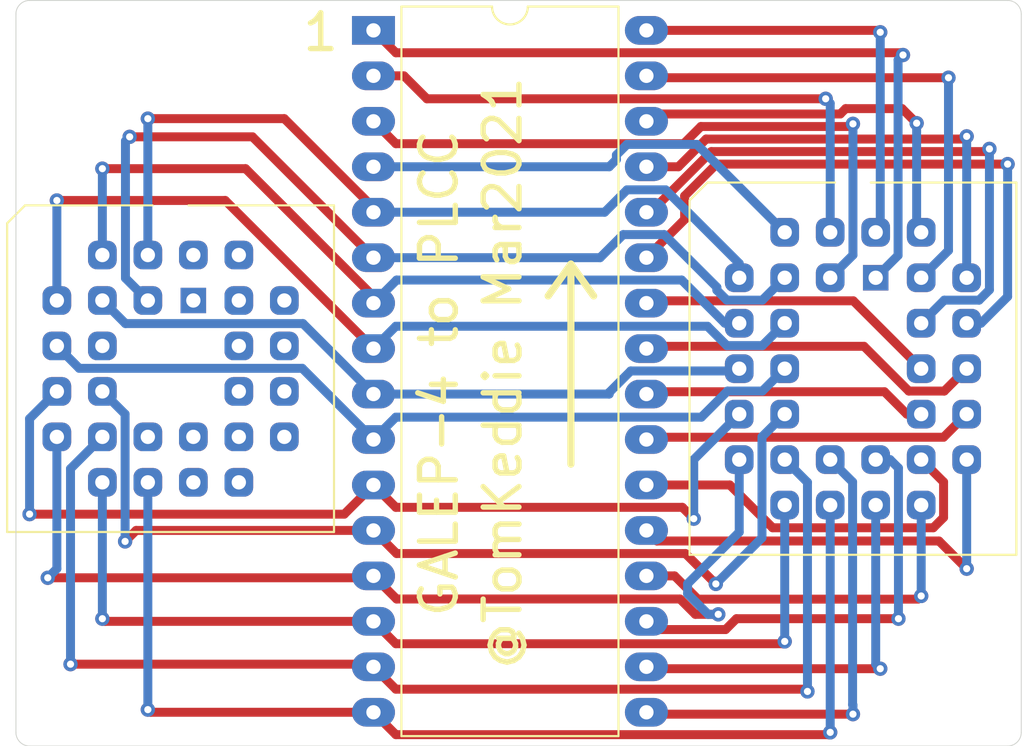
<source format=kicad_pcb>
(kicad_pcb (version 20171130) (host pcbnew 5.1.7-a382d34a8~88~ubuntu20.04.1)

  (general
    (thickness 1.6)
    (drawings 14)
    (tracks 246)
    (zones 0)
    (modules 3)
    (nets 49)
  )

  (page A4)
  (layers
    (0 F.Cu signal)
    (31 B.Cu signal)
    (32 B.Adhes user)
    (33 F.Adhes user)
    (34 B.Paste user)
    (35 F.Paste user)
    (36 B.SilkS user)
    (37 F.SilkS user)
    (38 B.Mask user)
    (39 F.Mask user)
    (40 Dwgs.User user)
    (41 Cmts.User user)
    (42 Eco1.User user)
    (43 Eco2.User user)
    (44 Edge.Cuts user)
    (45 Margin user)
    (46 B.CrtYd user hide)
    (47 F.CrtYd user hide)
    (48 B.Fab user hide)
    (49 F.Fab user hide)
  )

  (setup
    (last_trace_width 0.5)
    (user_trace_width 0.5)
    (trace_clearance 0.2)
    (zone_clearance 0.508)
    (zone_45_only no)
    (trace_min 0.2)
    (via_size 0.8)
    (via_drill 0.4)
    (via_min_size 0.4)
    (via_min_drill 0.3)
    (uvia_size 0.3)
    (uvia_drill 0.1)
    (uvias_allowed no)
    (uvia_min_size 0.2)
    (uvia_min_drill 0.1)
    (edge_width 0.05)
    (segment_width 0.2)
    (pcb_text_width 0.3)
    (pcb_text_size 1.5 1.5)
    (mod_edge_width 0.12)
    (mod_text_size 1 1)
    (mod_text_width 0.15)
    (pad_size 1.524 1.524)
    (pad_drill 0.762)
    (pad_to_mask_clearance 0)
    (aux_axis_origin 0 0)
    (visible_elements FFFFFF7F)
    (pcbplotparams
      (layerselection 0x010fc_ffffffff)
      (usegerberextensions false)
      (usegerberattributes true)
      (usegerberadvancedattributes true)
      (creategerberjobfile true)
      (excludeedgelayer true)
      (linewidth 0.100000)
      (plotframeref false)
      (viasonmask false)
      (mode 1)
      (useauxorigin false)
      (hpglpennumber 1)
      (hpglpenspeed 20)
      (hpglpendiameter 15.000000)
      (psnegative false)
      (psa4output false)
      (plotreference true)
      (plotvalue true)
      (plotinvisibletext false)
      (padsonsilk false)
      (subtractmaskfromsilk false)
      (outputformat 1)
      (mirror false)
      (drillshape 1)
      (scaleselection 1)
      (outputdirectory ""))
  )

  (net 0 "")
  (net 1 "Net-(U1-Pad1)")
  (net 2 /29)
  (net 3 /27)
  (net 4 /25)
  (net 5 /23)
  (net 6 /28)
  (net 7 /26)
  (net 8 /24)
  (net 9 /22)
  (net 10 /20)
  (net 11 /18)
  (net 12 /16)
  (net 13 /14)
  (net 14 /21)
  (net 15 /19)
  (net 16 /17)
  (net 17 /15)
  (net 18 /13)
  (net 19 /11)
  (net 20 /12)
  (net 21 /10)
  (net 22 /30)
  (net 23 /32)
  (net 24 /4)
  (net 25 /2)
  (net 26 /31)
  (net 27 /3)
  (net 28 /1)
  (net 29 /24-21)
  (net 30 /24-19)
  (net 31 /24-18)
  (net 32 /24-22)
  (net 33 /24-20)
  (net 34 /24-17)
  (net 35 /24-15)
  (net 36 /24-13)
  (net 37 /24-16)
  (net 38 /24-14)
  (net 39 /24-4)
  (net 40 /24-5)
  (net 41 /24-24)
  (net 42 /24-3)
  (net 43 /24-1)
  (net 44 /24-23)
  (net 45 /24-2)
  (net 46 "Net-(U1-Pad22)")
  (net 47 "Net-(U1-Pad15)")
  (net 48 "Net-(U1-Pad8)")

  (net_class Default "This is the default net class."
    (clearance 0.2)
    (trace_width 0.25)
    (via_dia 0.8)
    (via_drill 0.4)
    (uvia_dia 0.3)
    (uvia_drill 0.1)
    (add_net /1)
    (add_net /10)
    (add_net /11)
    (add_net /12)
    (add_net /13)
    (add_net /14)
    (add_net /15)
    (add_net /16)
    (add_net /17)
    (add_net /18)
    (add_net /19)
    (add_net /2)
    (add_net /20)
    (add_net /21)
    (add_net /22)
    (add_net /23)
    (add_net /24)
    (add_net /24-1)
    (add_net /24-13)
    (add_net /24-14)
    (add_net /24-15)
    (add_net /24-16)
    (add_net /24-17)
    (add_net /24-18)
    (add_net /24-19)
    (add_net /24-2)
    (add_net /24-20)
    (add_net /24-21)
    (add_net /24-22)
    (add_net /24-23)
    (add_net /24-24)
    (add_net /24-3)
    (add_net /24-4)
    (add_net /24-5)
    (add_net /25)
    (add_net /26)
    (add_net /27)
    (add_net /28)
    (add_net /29)
    (add_net /3)
    (add_net /30)
    (add_net /31)
    (add_net /32)
    (add_net /4)
    (add_net "Net-(U1-Pad1)")
    (add_net "Net-(U1-Pad15)")
    (add_net "Net-(U1-Pad22)")
    (add_net "Net-(U1-Pad8)")
  )

  (module tom-semiconductors:DIP-32_W15.24mm_LongPads (layer F.Cu) (tedit 5A02E8C5) (tstamp 605DFF8B)
    (at 164.998 78.38)
    (descr "32-lead though-hole mounted DIP package, row spacing 15.24 mm (600 mils), LongPads")
    (tags "THT DIP DIL PDIP 2.54mm 15.24mm 600mil LongPads")
    (path /605F3124)
    (fp_text reference U3 (at 7.62 -2.33) (layer F.SilkS) hide
      (effects (font (size 1 1) (thickness 0.15)))
    )
    (fp_text value DIP_32 (at 7.62 40.43) (layer F.Fab) hide
      (effects (font (size 1 1) (thickness 0.15)))
    )
    (fp_text user %R (at 7.62 19.05) (layer F.Fab) hide
      (effects (font (size 1 1) (thickness 0.15)))
    )
    (fp_arc (start 7.62 -1.33) (end 6.62 -1.33) (angle -180) (layer F.SilkS) (width 0.12))
    (fp_line (start 16.7 -1.55) (end -1.5 -1.55) (layer F.CrtYd) (width 0.05))
    (fp_line (start 16.7 39.65) (end 16.7 -1.55) (layer F.CrtYd) (width 0.05))
    (fp_line (start -1.5 39.65) (end 16.7 39.65) (layer F.CrtYd) (width 0.05))
    (fp_line (start -1.5 -1.55) (end -1.5 39.65) (layer F.CrtYd) (width 0.05))
    (fp_line (start 13.68 -1.33) (end 8.62 -1.33) (layer F.SilkS) (width 0.12))
    (fp_line (start 13.68 39.43) (end 13.68 -1.33) (layer F.SilkS) (width 0.12))
    (fp_line (start 1.56 39.43) (end 13.68 39.43) (layer F.SilkS) (width 0.12))
    (fp_line (start 1.56 -1.33) (end 1.56 39.43) (layer F.SilkS) (width 0.12))
    (fp_line (start 6.62 -1.33) (end 1.56 -1.33) (layer F.SilkS) (width 0.12))
    (fp_line (start 0.255 -0.27) (end 1.255 -1.27) (layer F.Fab) (width 0.1))
    (fp_line (start 0.255 39.37) (end 0.255 -0.27) (layer F.Fab) (width 0.1))
    (fp_line (start 14.985 39.37) (end 0.255 39.37) (layer F.Fab) (width 0.1))
    (fp_line (start 14.985 -1.27) (end 14.985 39.37) (layer F.Fab) (width 0.1))
    (fp_line (start 1.255 -1.27) (end 14.985 -1.27) (layer F.Fab) (width 0.1))
    (pad 32 thru_hole oval (at 15.24 0) (size 2.4 1.6) (drill 0.8) (layers *.Cu *.Mask)
      (net 23 /32))
    (pad 16 thru_hole oval (at 0 38.1) (size 2.4 1.6) (drill 0.8) (layers *.Cu *.Mask)
      (net 12 /16))
    (pad 31 thru_hole oval (at 15.24 2.54) (size 2.4 1.6) (drill 0.8) (layers *.Cu *.Mask)
      (net 26 /31))
    (pad 15 thru_hole oval (at 0 35.56) (size 2.4 1.6) (drill 0.8) (layers *.Cu *.Mask)
      (net 17 /15))
    (pad 30 thru_hole oval (at 15.24 5.08) (size 2.4 1.6) (drill 0.8) (layers *.Cu *.Mask)
      (net 22 /30))
    (pad 14 thru_hole oval (at 0 33.02) (size 2.4 1.6) (drill 0.8) (layers *.Cu *.Mask)
      (net 13 /14))
    (pad 29 thru_hole oval (at 15.24 7.62) (size 2.4 1.6) (drill 0.8) (layers *.Cu *.Mask)
      (net 2 /29))
    (pad 13 thru_hole oval (at 0 30.48) (size 2.4 1.6) (drill 0.8) (layers *.Cu *.Mask)
      (net 18 /13))
    (pad 28 thru_hole oval (at 15.24 10.16) (size 2.4 1.6) (drill 0.8) (layers *.Cu *.Mask)
      (net 6 /28))
    (pad 12 thru_hole oval (at 0 27.94) (size 2.4 1.6) (drill 0.8) (layers *.Cu *.Mask)
      (net 20 /12))
    (pad 27 thru_hole oval (at 15.24 12.7) (size 2.4 1.6) (drill 0.8) (layers *.Cu *.Mask)
      (net 3 /27))
    (pad 11 thru_hole oval (at 0 25.4) (size 2.4 1.6) (drill 0.8) (layers *.Cu *.Mask)
      (net 19 /11))
    (pad 26 thru_hole oval (at 15.24 15.24) (size 2.4 1.6) (drill 0.8) (layers *.Cu *.Mask)
      (net 7 /26))
    (pad 10 thru_hole oval (at 0 22.86) (size 2.4 1.6) (drill 0.8) (layers *.Cu *.Mask)
      (net 21 /10))
    (pad 25 thru_hole oval (at 15.24 17.78) (size 2.4 1.6) (drill 0.8) (layers *.Cu *.Mask)
      (net 4 /25))
    (pad 9 thru_hole oval (at 0 20.32) (size 2.4 1.6) (drill 0.8) (layers *.Cu *.Mask)
      (net 40 /24-5))
    (pad 24 thru_hole oval (at 15.24 20.32) (size 2.4 1.6) (drill 0.8) (layers *.Cu *.Mask)
      (net 8 /24))
    (pad 8 thru_hole oval (at 0 17.78) (size 2.4 1.6) (drill 0.8) (layers *.Cu *.Mask)
      (net 39 /24-4))
    (pad 23 thru_hole oval (at 15.24 22.86) (size 2.4 1.6) (drill 0.8) (layers *.Cu *.Mask)
      (net 5 /23))
    (pad 7 thru_hole oval (at 0 15.24) (size 2.4 1.6) (drill 0.8) (layers *.Cu *.Mask)
      (net 42 /24-3))
    (pad 22 thru_hole oval (at 15.24 25.4) (size 2.4 1.6) (drill 0.8) (layers *.Cu *.Mask)
      (net 9 /22))
    (pad 6 thru_hole oval (at 0 12.7) (size 2.4 1.6) (drill 0.8) (layers *.Cu *.Mask)
      (net 45 /24-2))
    (pad 21 thru_hole oval (at 15.24 27.94) (size 2.4 1.6) (drill 0.8) (layers *.Cu *.Mask)
      (net 14 /21))
    (pad 5 thru_hole oval (at 0 10.16) (size 2.4 1.6) (drill 0.8) (layers *.Cu *.Mask)
      (net 43 /24-1))
    (pad 20 thru_hole oval (at 15.24 30.48) (size 2.4 1.6) (drill 0.8) (layers *.Cu *.Mask)
      (net 10 /20))
    (pad 4 thru_hole oval (at 0 7.62) (size 2.4 1.6) (drill 0.8) (layers *.Cu *.Mask)
      (net 24 /4))
    (pad 19 thru_hole oval (at 15.24 33.02) (size 2.4 1.6) (drill 0.8) (layers *.Cu *.Mask)
      (net 15 /19))
    (pad 3 thru_hole oval (at 0 5.08) (size 2.4 1.6) (drill 0.8) (layers *.Cu *.Mask)
      (net 27 /3))
    (pad 18 thru_hole oval (at 15.24 35.56) (size 2.4 1.6) (drill 0.8) (layers *.Cu *.Mask)
      (net 11 /18))
    (pad 2 thru_hole oval (at 0 2.54) (size 2.4 1.6) (drill 0.8) (layers *.Cu *.Mask)
      (net 25 /2))
    (pad 17 thru_hole oval (at 15.24 38.1) (size 2.4 1.6) (drill 0.8) (layers *.Cu *.Mask)
      (net 16 /17))
    (pad 1 thru_hole rect (at 0 0) (size 2.4 1.6) (drill 0.8) (layers *.Cu *.Mask)
      (net 28 /1))
    (model ${KISYS3DMOD}/Package_DIP.3dshapes/DIP-32_W15.24mm.wrl
      (at (xyz 0 0 0))
      (scale (xyz 1 1 1))
      (rotate (xyz 0 0 0))
    )
  )

  (module tom-semiconductors:PLCC-32_THT-Socket (layer F.Cu) (tedit 605DF8E8) (tstamp 605E1499)
    (at 193.04 92.202)
    (descr "PLCC, 32 pins, through hole, http://www.assmann-wsw.com/fileadmin/datasheets/ASS_0981_CO.pdf")
    (tags "plcc leaded")
    (path /605E5293)
    (fp_text reference U2 (at -1.27 -6.22) (layer F.SilkS) hide
      (effects (font (size 1 1) (thickness 0.15)))
    )
    (fp_text value 27C040 (at -1.27 16.38) (layer F.Fab) hide
      (effects (font (size 1 1) (thickness 0.15)))
    )
    (fp_text user %R (at -1.27 5.08) (layer F.Fab) hide
      (effects (font (size 1 1) (thickness 0.15)))
    )
    (fp_line (start 7.855 -5.32) (end -0.27 -5.32) (layer F.SilkS) (width 0.12))
    (fp_line (start 7.855 15.48) (end 7.855 -5.32) (layer F.SilkS) (width 0.12))
    (fp_line (start -10.395 15.48) (end 7.855 15.48) (layer F.SilkS) (width 0.12))
    (fp_line (start -10.395 -4.32) (end -10.395 15.48) (layer F.SilkS) (width 0.12))
    (fp_line (start -9.395 -5.32) (end -10.395 -4.32) (layer F.SilkS) (width 0.12))
    (fp_line (start -2.27 -5.32) (end -9.395 -5.32) (layer F.SilkS) (width 0.12))
    (fp_line (start -1.27 -4.22) (end -0.77 -5.22) (layer F.Fab) (width 0.1))
    (fp_line (start -1.77 -5.22) (end -1.27 -4.22) (layer F.Fab) (width 0.1))
    (fp_line (start 5.215 -2.68) (end -7.755 -2.68) (layer F.Fab) (width 0.1))
    (fp_line (start 5.215 12.84) (end 5.215 -2.68) (layer F.Fab) (width 0.1))
    (fp_line (start -7.755 12.84) (end 5.215 12.84) (layer F.Fab) (width 0.1))
    (fp_line (start -7.755 -2.68) (end -7.755 12.84) (layer F.Fab) (width 0.1))
    (fp_line (start 8.26 -5.72) (end -10.8 -5.72) (layer F.CrtYd) (width 0.05))
    (fp_line (start 8.26 15.88) (end 8.26 -5.72) (layer F.CrtYd) (width 0.05))
    (fp_line (start -10.8 15.88) (end 8.26 15.88) (layer F.CrtYd) (width 0.05))
    (fp_line (start -10.8 -5.72) (end -10.8 15.88) (layer F.CrtYd) (width 0.05))
    (fp_line (start 7.755 -5.22) (end -9.295 -5.22) (layer F.Fab) (width 0.1))
    (fp_line (start 7.755 15.38) (end 7.755 -5.22) (layer F.Fab) (width 0.1))
    (fp_line (start -10.295 15.38) (end 7.755 15.38) (layer F.Fab) (width 0.1))
    (fp_line (start -10.295 -4.22) (end -10.295 15.38) (layer F.Fab) (width 0.1))
    (fp_line (start -9.295 -5.22) (end -10.295 -4.22) (layer F.Fab) (width 0.1))
    (pad 29 thru_hole roundrect (at 5.08 0) (size 1.6 1.6) (drill 0.8) (layers *.Cu *.Mask) (roundrect_rratio 0.312)
      (net 2 /29))
    (pad 27 thru_hole roundrect (at 5.08 2.54) (size 1.6 1.6) (drill 0.8) (layers *.Cu *.Mask) (roundrect_rratio 0.312)
      (net 3 /27))
    (pad 25 thru_hole roundrect (at 5.08 5.08) (size 1.6 1.6) (drill 0.8) (layers *.Cu *.Mask) (roundrect_rratio 0.312)
      (net 4 /25))
    (pad 23 thru_hole roundrect (at 5.08 7.62) (size 1.6 1.6) (drill 0.8) (layers *.Cu *.Mask) (roundrect_rratio 0.312)
      (net 5 /23))
    (pad 28 thru_hole roundrect (at 2.54 2.54) (size 1.6 1.6) (drill 0.8) (layers *.Cu *.Mask) (roundrect_rratio 0.312)
      (net 6 /28))
    (pad 26 thru_hole roundrect (at 2.54 5.08) (size 1.6 1.6) (drill 0.8) (layers *.Cu *.Mask) (roundrect_rratio 0.312)
      (net 7 /26))
    (pad 24 thru_hole roundrect (at 2.54 7.62) (size 1.6 1.6) (drill 0.8) (layers *.Cu *.Mask) (roundrect_rratio 0.312)
      (net 8 /24))
    (pad 22 thru_hole roundrect (at 2.54 10.16) (size 1.6 1.6) (drill 0.8) (layers *.Cu *.Mask) (roundrect_rratio 0.312)
      (net 9 /22))
    (pad 20 thru_hole roundrect (at 2.54 12.7) (size 1.6 1.6) (drill 0.8) (layers *.Cu *.Mask) (roundrect_rratio 0.312)
      (net 10 /20))
    (pad 18 thru_hole roundrect (at 0 12.7) (size 1.6 1.6) (drill 0.8) (layers *.Cu *.Mask) (roundrect_rratio 0.312)
      (net 11 /18))
    (pad 16 thru_hole roundrect (at -2.54 12.7) (size 1.6 1.6) (drill 0.8) (layers *.Cu *.Mask) (roundrect_rratio 0.312)
      (net 12 /16))
    (pad 14 thru_hole roundrect (at -5.08 12.7) (size 1.6 1.6) (drill 0.8) (layers *.Cu *.Mask) (roundrect_rratio 0.312)
      (net 13 /14))
    (pad 21 thru_hole roundrect (at 5.08 10.16) (size 1.6 1.6) (drill 0.8) (layers *.Cu *.Mask) (roundrect_rratio 0.312)
      (net 14 /21))
    (pad 19 thru_hole roundrect (at 0 10.16) (size 1.6 1.6) (drill 0.8) (layers *.Cu *.Mask) (roundrect_rratio 0.312)
      (net 15 /19))
    (pad 17 thru_hole roundrect (at -2.54 10.16) (size 1.6 1.6) (drill 0.8) (layers *.Cu *.Mask) (roundrect_rratio 0.312)
      (net 16 /17))
    (pad 15 thru_hole roundrect (at -5.08 10.16) (size 1.6 1.6) (drill 0.8) (layers *.Cu *.Mask) (roundrect_rratio 0.312)
      (net 17 /15))
    (pad 13 thru_hole roundrect (at -7.62 10.16) (size 1.6 1.6) (drill 0.8) (layers *.Cu *.Mask) (roundrect_rratio 0.312)
      (net 18 /13))
    (pad 11 thru_hole roundrect (at -7.62 7.62) (size 1.6 1.6) (drill 0.8) (layers *.Cu *.Mask) (roundrect_rratio 0.312)
      (net 19 /11))
    (pad 9 thru_hole roundrect (at -7.62 5.08) (size 1.6 1.6) (drill 0.8) (layers *.Cu *.Mask) (roundrect_rratio 0.312)
      (net 40 /24-5))
    (pad 7 thru_hole roundrect (at -7.62 2.54) (size 1.6 1.6) (drill 0.8) (layers *.Cu *.Mask) (roundrect_rratio 0.312)
      (net 42 /24-3))
    (pad 5 thru_hole roundrect (at -7.62 0) (size 1.6 1.6) (drill 0.8) (layers *.Cu *.Mask) (roundrect_rratio 0.312)
      (net 43 /24-1))
    (pad 12 thru_hole roundrect (at -5.08 7.62) (size 1.6 1.6) (drill 0.8) (layers *.Cu *.Mask) (roundrect_rratio 0.312)
      (net 20 /12))
    (pad 10 thru_hole roundrect (at -5.08 5.08) (size 1.6 1.6) (drill 0.8) (layers *.Cu *.Mask) (roundrect_rratio 0.312)
      (net 21 /10))
    (pad 8 thru_hole roundrect (at -5.08 2.54) (size 1.6 1.6) (drill 0.8) (layers *.Cu *.Mask) (roundrect_rratio 0.312)
      (net 39 /24-4))
    (pad 6 thru_hole roundrect (at -5.08 0) (size 1.6 1.6) (drill 0.8) (layers *.Cu *.Mask) (roundrect_rratio 0.312)
      (net 45 /24-2))
    (pad 30 thru_hole roundrect (at 2.54 -2.54) (size 1.6 1.6) (drill 0.8) (layers *.Cu *.Mask) (roundrect_rratio 0.312)
      (net 22 /30))
    (pad 32 thru_hole roundrect (at 0 -2.54) (size 1.6 1.6) (drill 0.8) (layers *.Cu *.Mask) (roundrect_rratio 0.312)
      (net 23 /32))
    (pad 4 thru_hole roundrect (at -5.08 -2.54) (size 1.6 1.6) (drill 0.8) (layers *.Cu *.Mask) (roundrect_rratio 0.312)
      (net 24 /4))
    (pad 2 thru_hole roundrect (at -2.54 -2.54) (size 1.6 1.6) (drill 0.8) (layers *.Cu *.Mask) (roundrect_rratio 0.312)
      (net 25 /2))
    (pad 31 thru_hole roundrect (at 2.54 0) (size 1.6 1.6) (drill 0.8) (layers *.Cu *.Mask) (roundrect_rratio 0.312)
      (net 26 /31))
    (pad 3 thru_hole roundrect (at -2.54 0) (size 1.6 1.6) (drill 0.8) (layers *.Cu *.Mask) (roundrect_rratio 0.312)
      (net 27 /3))
    (pad 1 thru_hole rect (at 0 0) (size 1.4224 1.4224) (drill 0.8) (layers *.Cu *.Mask)
      (net 28 /1))
    (model ${KISYS3DMOD}/Package_LCC.3dshapes/PLCC-32_THT-Socket.wrl
      (at (xyz 0 0 0))
      (scale (xyz 1 1 1))
      (rotate (xyz 0 0 0))
    )
  )

  (module tom-semiconductors:PLCC-28_THT-Socket (layer F.Cu) (tedit 605DEEC2) (tstamp 605DFC8A)
    (at 154.94 93.472)
    (descr "PLCC, 28 pins, through hole")
    (tags "plcc leaded")
    (path /605E3712)
    (fp_text reference U1 (at -1.27 -6.215) (layer F.SilkS) hide
      (effects (font (size 1 1) (thickness 0.15)))
    )
    (fp_text value GAL22V10PLCC (at -1.27 13.835) (layer F.Fab) hide
      (effects (font (size 1 1) (thickness 0.15)))
    )
    (fp_text user %R (at -1.27 3.81) (layer F.Fab) hide
      (effects (font (size 1 1) (thickness 0.15)))
    )
    (fp_line (start -9.295 -5.215) (end -10.295 -4.215) (layer F.Fab) (width 0.1))
    (fp_line (start -10.295 -4.215) (end -10.295 12.835) (layer F.Fab) (width 0.1))
    (fp_line (start -10.295 12.835) (end 7.755 12.835) (layer F.Fab) (width 0.1))
    (fp_line (start 7.755 12.835) (end 7.755 -5.215) (layer F.Fab) (width 0.1))
    (fp_line (start 7.755 -5.215) (end -9.295 -5.215) (layer F.Fab) (width 0.1))
    (fp_line (start -10.77 -5.69) (end -10.77 13.31) (layer F.CrtYd) (width 0.05))
    (fp_line (start -10.77 13.31) (end 8.23 13.31) (layer F.CrtYd) (width 0.05))
    (fp_line (start 8.23 13.31) (end 8.23 -5.69) (layer F.CrtYd) (width 0.05))
    (fp_line (start 8.23 -5.69) (end -10.77 -5.69) (layer F.CrtYd) (width 0.05))
    (fp_line (start -7.755 -2.675) (end -7.755 10.295) (layer F.Fab) (width 0.1))
    (fp_line (start -7.755 10.295) (end 5.215 10.295) (layer F.Fab) (width 0.1))
    (fp_line (start 5.215 10.295) (end 5.215 -2.675) (layer F.Fab) (width 0.1))
    (fp_line (start 5.215 -2.675) (end -7.755 -2.675) (layer F.Fab) (width 0.1))
    (fp_line (start -1.77 -5.215) (end -1.27 -4.215) (layer F.Fab) (width 0.1))
    (fp_line (start -1.27 -4.215) (end -0.77 -5.215) (layer F.Fab) (width 0.1))
    (fp_line (start -2.27 -5.315) (end -9.395 -5.315) (layer F.SilkS) (width 0.12))
    (fp_line (start -9.395 -5.315) (end -10.395 -4.315) (layer F.SilkS) (width 0.12))
    (fp_line (start -10.395 -4.315) (end -10.395 12.935) (layer F.SilkS) (width 0.12))
    (fp_line (start -10.395 12.935) (end 7.855 12.935) (layer F.SilkS) (width 0.12))
    (fp_line (start 7.855 12.935) (end 7.855 -5.315) (layer F.SilkS) (width 0.12))
    (fp_line (start 7.855 -5.315) (end -0.27 -5.315) (layer F.SilkS) (width 0.12))
    (pad 25 thru_hole roundrect (at 5.08 0) (size 1.6 1.6) (drill 0.8) (layers *.Cu *.Mask) (roundrect_rratio 0.312)
      (net 29 /24-21))
    (pad 23 thru_hole roundrect (at 5.08 2.54) (size 1.6 1.6) (drill 0.8) (layers *.Cu *.Mask) (roundrect_rratio 0.312)
      (net 30 /24-19))
    (pad 21 thru_hole roundrect (at 5.08 5.08) (size 1.6 1.6) (drill 0.8) (layers *.Cu *.Mask) (roundrect_rratio 0.312)
      (net 31 /24-18))
    (pad 26 thru_hole roundrect (at 2.54 -2.54) (size 1.6 1.6) (drill 0.8) (layers *.Cu *.Mask) (roundrect_rratio 0.312)
      (net 32 /24-22))
    (pad 24 thru_hole roundrect (at 2.54 2.54) (size 1.6 1.6) (drill 0.8) (layers *.Cu *.Mask) (roundrect_rratio 0.312)
      (net 33 /24-20))
    (pad 22 thru_hole roundrect (at 2.54 5.08) (size 1.6 1.6) (drill 0.8) (layers *.Cu *.Mask) (roundrect_rratio 0.312)
      (net 46 "Net-(U1-Pad22)"))
    (pad 20 thru_hole roundrect (at 2.54 7.62) (size 1.6 1.6) (drill 0.8) (layers *.Cu *.Mask) (roundrect_rratio 0.312)
      (net 34 /24-17))
    (pad 18 thru_hole roundrect (at 2.54 10.16) (size 1.6 1.6) (drill 0.8) (layers *.Cu *.Mask) (roundrect_rratio 0.312)
      (net 35 /24-15))
    (pad 16 thru_hole roundrect (at 0 10.16) (size 1.6 1.6) (drill 0.8) (layers *.Cu *.Mask) (roundrect_rratio 0.312)
      (net 36 /24-13))
    (pad 14 thru_hole roundrect (at -2.54 10.16) (size 1.6 1.6) (drill 0.8) (layers *.Cu *.Mask) (roundrect_rratio 0.312)
      (net 12 /16))
    (pad 12 thru_hole roundrect (at -5.08 10.16) (size 1.6 1.6) (drill 0.8) (layers *.Cu *.Mask) (roundrect_rratio 0.312)
      (net 13 /14))
    (pad 19 thru_hole roundrect (at 5.08 7.62) (size 1.6 1.6) (drill 0.8) (layers *.Cu *.Mask) (roundrect_rratio 0.312)
      (net 37 /24-16))
    (pad 17 thru_hole roundrect (at 0 7.62) (size 1.6 1.6) (drill 0.8) (layers *.Cu *.Mask) (roundrect_rratio 0.312)
      (net 38 /24-14))
    (pad 15 thru_hole roundrect (at -2.54 7.62) (size 1.6 1.6) (drill 0.8) (layers *.Cu *.Mask) (roundrect_rratio 0.312)
      (net 47 "Net-(U1-Pad15)"))
    (pad 13 thru_hole roundrect (at -5.08 7.62) (size 1.6 1.6) (drill 0.8) (layers *.Cu *.Mask) (roundrect_rratio 0.312)
      (net 17 /15))
    (pad 11 thru_hole roundrect (at -7.62 7.62) (size 1.6 1.6) (drill 0.8) (layers *.Cu *.Mask) (roundrect_rratio 0.312)
      (net 18 /13))
    (pad 9 thru_hole roundrect (at -7.62 5.08) (size 1.6 1.6) (drill 0.8) (layers *.Cu *.Mask) (roundrect_rratio 0.312)
      (net 19 /11))
    (pad 7 thru_hole roundrect (at -7.62 2.54) (size 1.6 1.6) (drill 0.8) (layers *.Cu *.Mask) (roundrect_rratio 0.312)
      (net 21 /10))
    (pad 5 thru_hole roundrect (at -7.62 0) (size 1.6 1.6) (drill 0.8) (layers *.Cu *.Mask) (roundrect_rratio 0.312)
      (net 39 /24-4))
    (pad 10 thru_hole roundrect (at -5.08 5.08) (size 1.6 1.6) (drill 0.8) (layers *.Cu *.Mask) (roundrect_rratio 0.312)
      (net 20 /12))
    (pad 8 thru_hole roundrect (at -5.08 2.54) (size 1.6 1.6) (drill 0.8) (layers *.Cu *.Mask) (roundrect_rratio 0.312)
      (net 48 "Net-(U1-Pad8)"))
    (pad 6 thru_hole roundrect (at -5.08 0) (size 1.6 1.6) (drill 0.8) (layers *.Cu *.Mask) (roundrect_rratio 0.312)
      (net 40 /24-5))
    (pad 28 thru_hole roundrect (at 0 -2.54) (size 1.6 1.6) (drill 0.8) (layers *.Cu *.Mask) (roundrect_rratio 0.312)
      (net 41 /24-24))
    (pad 4 thru_hole roundrect (at -5.08 -2.54) (size 1.6 1.6) (drill 0.8) (layers *.Cu *.Mask) (roundrect_rratio 0.312)
      (net 42 /24-3))
    (pad 2 thru_hole roundrect (at -2.54 -2.54) (size 1.6 1.6) (drill 0.8) (layers *.Cu *.Mask) (roundrect_rratio 0.312)
      (net 43 /24-1))
    (pad 27 thru_hole roundrect (at 2.54 0) (size 1.6 1.6) (drill 0.8) (layers *.Cu *.Mask) (roundrect_rratio 0.312)
      (net 44 /24-23))
    (pad 3 thru_hole roundrect (at -2.54 0) (size 1.6 1.6) (drill 0.8) (layers *.Cu *.Mask) (roundrect_rratio 0.312)
      (net 45 /24-2))
    (pad 1 thru_hole rect (at 0 0) (size 1.4224 1.4224) (drill 0.8) (layers *.Cu *.Mask)
      (net 1 "Net-(U1-Pad1)"))
    (model ${KISYS3DMOD}/Package_LCC.3dshapes/PLCC-28_THT-Socket.wrl
      (at (xyz 0 0 0))
      (scale (xyz 1 1 1))
      (rotate (xyz 0 0 0))
    )
  )

  (gr_text "GALEP-4 to PLCC" (at 168.656 97.536 90) (layer F.SilkS) (tstamp 605E29C9)
    (effects (font (size 2 2) (thickness 0.3)))
  )
  (gr_text 1 (at 162.052 78.486) (layer F.SilkS)
    (effects (font (size 2 2) (thickness 0.3)))
  )
  (gr_text "@TomKeddie Mar2021" (at 172.212 97.536 90) (layer F.SilkS)
    (effects (font (size 2 2) (thickness 0.3)))
  )
  (gr_line (start 176.022 91.44) (end 177.292 93.218) (layer F.SilkS) (width 0.4))
  (gr_line (start 176.022 91.44) (end 174.752 93.218) (layer F.SilkS) (width 0.4))
  (gr_line (start 176.022 102.616) (end 176.022 91.44) (layer F.SilkS) (width 0.4))
  (gr_line (start 201.168 117.602) (end 201.168 77.47) (layer Edge.Cuts) (width 0.05) (tstamp 605E23F6))
  (gr_arc (start 200.406 117.602) (end 200.406 118.364) (angle -90) (layer Edge.Cuts) (width 0.05) (tstamp 605E23F1))
  (gr_line (start 145.796 118.364) (end 200.406 118.364) (layer Edge.Cuts) (width 0.05))
  (gr_line (start 145.796 76.708) (end 200.406 76.708) (layer Edge.Cuts) (width 0.05) (tstamp 605E23ED))
  (gr_line (start 145.034 117.602) (end 145.034 77.47) (layer Edge.Cuts) (width 0.05))
  (gr_arc (start 145.796 117.602) (end 145.034 117.602) (angle -90) (layer Edge.Cuts) (width 0.05) (tstamp 605E23DE))
  (gr_arc (start 200.406 77.47) (end 201.168 77.47) (angle -90) (layer Edge.Cuts) (width 0.05) (tstamp 605E23CE))
  (gr_arc (start 145.796 77.47) (end 145.796 76.708) (angle -90) (layer Edge.Cuts) (width 0.05))

  (segment (start 198.12 92.202) (end 198.12 84.301979) (width 0.5) (layer B.Cu) (net 2))
  (segment (start 180.238 86) (end 182.02207 86) (width 0.5) (layer F.Cu) (net 2))
  (via (at 198.12 84.301979) (size 0.8) (drill 0.4) (layers F.Cu B.Cu) (net 2))
  (segment (start 182.02207 86) (end 183.570092 84.451978) (width 0.5) (layer F.Cu) (net 2))
  (segment (start 197.970001 84.451978) (end 198.12 84.301979) (width 0.5) (layer F.Cu) (net 2))
  (segment (start 183.570092 84.451978) (end 197.970001 84.451978) (width 0.5) (layer F.Cu) (net 2))
  (segment (start 180.238 91.08) (end 182.372 88.946) (width 0.5) (layer F.Cu) (net 3))
  (segment (start 182.372 88.946) (end 182.372 87.63) (width 0.5) (layer F.Cu) (net 3))
  (segment (start 182.372 87.63) (end 184.15 85.852) (width 0.5) (layer F.Cu) (net 3))
  (via (at 200.406 85.852) (size 0.8) (drill 0.4) (layers F.Cu B.Cu) (net 3))
  (segment (start 184.15 85.852) (end 200.406 85.852) (width 0.5) (layer F.Cu) (net 3))
  (segment (start 198.92 94.742) (end 198.12 94.742) (width 0.5) (layer B.Cu) (net 3))
  (segment (start 200.406 93.256) (end 198.92 94.742) (width 0.5) (layer B.Cu) (net 3))
  (segment (start 200.406 85.852) (end 200.406 93.256) (width 0.5) (layer B.Cu) (net 3))
  (segment (start 196.86999 98.53201) (end 198.12 97.282) (width 0.5) (layer F.Cu) (net 4))
  (segment (start 194.886022 98.53201) (end 196.86999 98.53201) (width 0.5) (layer F.Cu) (net 4))
  (segment (start 192.386002 96.03199) (end 194.886022 98.53201) (width 0.5) (layer F.Cu) (net 4))
  (segment (start 180.238 96.16) (end 180.36601 96.03199) (width 0.5) (layer F.Cu) (net 4))
  (segment (start 180.36601 96.03199) (end 192.386002 96.03199) (width 0.5) (layer F.Cu) (net 4))
  (segment (start 196.83001 101.11199) (end 198.12 99.822) (width 0.5) (layer F.Cu) (net 5))
  (segment (start 180.36601 101.11199) (end 196.83001 101.11199) (width 0.5) (layer F.Cu) (net 5))
  (segment (start 180.238 101.24) (end 180.36601 101.11199) (width 0.5) (layer F.Cu) (net 5))
  (via (at 199.39 85.00199) (size 0.8) (drill 0.4) (layers F.Cu B.Cu) (net 6))
  (segment (start 180.472035 88.54) (end 183.860046 85.151989) (width 0.5) (layer F.Cu) (net 6))
  (segment (start 183.860046 85.151989) (end 199.240001 85.151989) (width 0.5) (layer F.Cu) (net 6))
  (segment (start 198.813978 93.45201) (end 199.39 92.875988) (width 0.5) (layer B.Cu) (net 6))
  (segment (start 180.238 88.54) (end 180.472035 88.54) (width 0.5) (layer F.Cu) (net 6))
  (segment (start 196.86999 93.45201) (end 198.813978 93.45201) (width 0.5) (layer B.Cu) (net 6))
  (segment (start 195.58 94.742) (end 196.86999 93.45201) (width 0.5) (layer B.Cu) (net 6))
  (segment (start 199.39 92.875988) (end 199.39 85.00199) (width 0.5) (layer B.Cu) (net 6))
  (segment (start 199.240001 85.151989) (end 199.39 85.00199) (width 0.5) (layer F.Cu) (net 6))
  (segment (start 191.78999 93.49199) (end 195.58 97.282) (width 0.5) (layer F.Cu) (net 7))
  (segment (start 180.36601 93.49199) (end 191.78999 93.49199) (width 0.5) (layer F.Cu) (net 7))
  (segment (start 180.238 93.62) (end 180.36601 93.49199) (width 0.5) (layer F.Cu) (net 7))
  (segment (start 193.52999 98.57199) (end 194.78 99.822) (width 0.5) (layer F.Cu) (net 8))
  (segment (start 180.238 98.7) (end 180.36601 98.57199) (width 0.5) (layer F.Cu) (net 8))
  (segment (start 180.36601 98.57199) (end 193.52999 98.57199) (width 0.5) (layer F.Cu) (net 8))
  (segment (start 194.78 99.822) (end 195.58 99.822) (width 0.5) (layer F.Cu) (net 8))
  (segment (start 184.894012 103.78) (end 187.286012 106.172) (width 0.5) (layer F.Cu) (net 9))
  (segment (start 180.238 103.78) (end 184.894012 103.78) (width 0.5) (layer F.Cu) (net 9))
  (segment (start 196.83001 103.61201) (end 195.58 102.362) (width 0.5) (layer F.Cu) (net 9))
  (segment (start 196.83001 105.595978) (end 196.83001 103.61201) (width 0.5) (layer F.Cu) (net 9))
  (segment (start 196.253988 106.172) (end 196.83001 105.595978) (width 0.5) (layer F.Cu) (net 9))
  (segment (start 187.286012 106.172) (end 196.253988 106.172) (width 0.5) (layer F.Cu) (net 9))
  (via (at 195.58 109.982) (size 0.8) (drill 0.4) (layers F.Cu B.Cu) (net 10))
  (segment (start 195.58 104.902) (end 195.58 109.982) (width 0.5) (layer B.Cu) (net 10))
  (segment (start 195.58 109.982) (end 195.403988 110.158012) (width 0.5) (layer F.Cu) (net 10))
  (segment (start 181.810072 108.86) (end 180.238 108.86) (width 0.5) (layer F.Cu) (net 10))
  (segment (start 195.403988 110.158012) (end 183.108084 110.158012) (width 0.5) (layer F.Cu) (net 10))
  (segment (start 183.108084 110.158012) (end 181.810072 108.86) (width 0.5) (layer F.Cu) (net 10))
  (via (at 193.294 114.046) (size 0.8) (drill 0.4) (layers F.Cu B.Cu) (net 11))
  (segment (start 193.04 113.792) (end 193.294 114.046) (width 0.5) (layer B.Cu) (net 11))
  (segment (start 193.04 104.902) (end 193.04 113.792) (width 0.5) (layer B.Cu) (net 11))
  (segment (start 180.344 114.046) (end 180.238 113.94) (width 0.5) (layer F.Cu) (net 11))
  (segment (start 193.294 114.046) (end 180.344 114.046) (width 0.5) (layer F.Cu) (net 11))
  (via (at 190.5 117.602) (size 0.8) (drill 0.4) (layers F.Cu B.Cu) (net 12))
  (segment (start 190.37199 117.73001) (end 190.5 117.602) (width 0.5) (layer F.Cu) (net 12))
  (segment (start 166.24801 117.73001) (end 190.37199 117.73001) (width 0.5) (layer F.Cu) (net 12))
  (segment (start 164.998 116.48) (end 166.24801 117.73001) (width 0.5) (layer F.Cu) (net 12))
  (segment (start 190.5 117.602) (end 190.5 104.902) (width 0.5) (layer B.Cu) (net 12))
  (segment (start 164.998 116.48) (end 152.548 116.48) (width 0.5) (layer F.Cu) (net 12))
  (via (at 152.4 116.332) (size 0.8) (drill 0.4) (layers F.Cu B.Cu) (net 12))
  (segment (start 152.548 116.48) (end 152.4 116.332) (width 0.5) (layer F.Cu) (net 12))
  (segment (start 152.4 116.332) (end 152.4 103.632) (width 0.5) (layer B.Cu) (net 12))
  (via (at 187.96 112.522) (size 0.8) (drill 0.4) (layers F.Cu B.Cu) (net 13))
  (segment (start 187.83199 112.65001) (end 187.96 112.522) (width 0.5) (layer F.Cu) (net 13))
  (segment (start 166.24801 112.65001) (end 187.83199 112.65001) (width 0.5) (layer F.Cu) (net 13))
  (segment (start 164.998 111.4) (end 166.24801 112.65001) (width 0.5) (layer F.Cu) (net 13))
  (segment (start 187.96 112.522) (end 187.96 104.902) (width 0.5) (layer B.Cu) (net 13))
  (via (at 149.86 111.252) (size 0.8) (drill 0.4) (layers F.Cu B.Cu) (net 13))
  (segment (start 150.008 111.4) (end 149.86 111.252) (width 0.5) (layer F.Cu) (net 13))
  (segment (start 164.998 111.4) (end 150.008 111.4) (width 0.5) (layer F.Cu) (net 13))
  (segment (start 149.86 111.252) (end 149.86 103.632) (width 0.5) (layer B.Cu) (net 13))
  (via (at 198.12 108.458) (size 0.8) (drill 0.4) (layers F.Cu B.Cu) (net 14))
  (segment (start 198.12 102.362) (end 198.12 108.458) (width 0.5) (layer B.Cu) (net 14))
  (segment (start 180.827979 106.909979) (end 180.238 106.32) (width 0.5) (layer F.Cu) (net 14))
  (segment (start 198.12 108.458) (end 196.571979 106.909979) (width 0.5) (layer F.Cu) (net 14))
  (segment (start 196.571979 106.909979) (end 180.827979 106.909979) (width 0.5) (layer F.Cu) (net 14))
  (via (at 194.31 111.252) (size 0.8) (drill 0.4) (layers F.Cu B.Cu) (net 15))
  (segment (start 194.31 102.832) (end 194.31 111.252) (width 0.5) (layer B.Cu) (net 15))
  (segment (start 193.84 102.362) (end 194.31 102.832) (width 0.5) (layer B.Cu) (net 15))
  (segment (start 193.04 102.362) (end 193.84 102.362) (width 0.5) (layer B.Cu) (net 15))
  (segment (start 185.263718 111.252) (end 184.657695 111.858023) (width 0.5) (layer F.Cu) (net 15))
  (segment (start 194.31 111.252) (end 185.263718 111.252) (width 0.5) (layer F.Cu) (net 15))
  (segment (start 180.696023 111.858023) (end 180.238 111.4) (width 0.5) (layer F.Cu) (net 15))
  (segment (start 184.657695 111.858023) (end 180.696023 111.858023) (width 0.5) (layer F.Cu) (net 15))
  (segment (start 191.75001 103.61201) (end 191.75001 116.05801) (width 0.5) (layer B.Cu) (net 16))
  (segment (start 190.5 102.362) (end 191.75001 103.61201) (width 0.5) (layer B.Cu) (net 16))
  (via (at 191.77 116.586) (size 0.8) (drill 0.4) (layers F.Cu B.Cu) (net 16))
  (segment (start 191.77 116.078) (end 191.77 116.586) (width 0.5) (layer B.Cu) (net 16))
  (segment (start 191.75001 116.05801) (end 191.77 116.078) (width 0.5) (layer B.Cu) (net 16))
  (segment (start 180.344 116.586) (end 180.238 116.48) (width 0.5) (layer F.Cu) (net 16))
  (segment (start 191.77 116.586) (end 180.344 116.586) (width 0.5) (layer F.Cu) (net 16))
  (via (at 189.23 115.316) (size 0.8) (drill 0.4) (layers F.Cu B.Cu) (net 17))
  (segment (start 189.10401 115.19001) (end 189.23 115.316) (width 0.5) (layer F.Cu) (net 17))
  (segment (start 166.24801 115.19001) (end 189.10401 115.19001) (width 0.5) (layer F.Cu) (net 17))
  (segment (start 164.998 113.94) (end 166.24801 115.19001) (width 0.5) (layer F.Cu) (net 17))
  (segment (start 189.23 103.632) (end 187.96 102.362) (width 0.5) (layer B.Cu) (net 17))
  (segment (start 189.23 115.316) (end 189.23 103.632) (width 0.5) (layer B.Cu) (net 17))
  (via (at 148.082 113.792) (size 0.8) (drill 0.4) (layers F.Cu B.Cu) (net 17))
  (segment (start 148.082 102.87) (end 148.082 113.792) (width 0.5) (layer B.Cu) (net 17))
  (segment (start 149.86 101.092) (end 148.082 102.87) (width 0.5) (layer B.Cu) (net 17))
  (segment (start 164.85 113.792) (end 164.998 113.94) (width 0.5) (layer F.Cu) (net 17))
  (segment (start 148.082 113.792) (end 164.85 113.792) (width 0.5) (layer F.Cu) (net 17))
  (via (at 184.249694 111.008022) (size 0.8) (drill 0.4) (layers F.Cu B.Cu) (net 18))
  (segment (start 182.110095 110.14999) (end 182.968127 111.008022) (width 0.5) (layer F.Cu) (net 18))
  (segment (start 182.968127 111.008022) (end 184.249694 111.008022) (width 0.5) (layer F.Cu) (net 18))
  (segment (start 166.28799 110.14999) (end 182.110095 110.14999) (width 0.5) (layer F.Cu) (net 18))
  (segment (start 164.998 108.86) (end 166.28799 110.14999) (width 0.5) (layer F.Cu) (net 18))
  (segment (start 182.537999 109.296327) (end 182.537999 109.862012) (width 0.5) (layer B.Cu) (net 18))
  (segment (start 185.42 102.362) (end 185.42 106.414326) (width 0.5) (layer B.Cu) (net 18))
  (segment (start 185.42 106.414326) (end 182.537999 109.296327) (width 0.5) (layer B.Cu) (net 18))
  (segment (start 182.537999 109.862012) (end 183.684009 111.008022) (width 0.5) (layer B.Cu) (net 18))
  (segment (start 183.684009 111.008022) (end 184.249694 111.008022) (width 0.5) (layer B.Cu) (net 18))
  (via (at 146.812 108.966) (size 0.8) (drill 0.4) (layers F.Cu B.Cu) (net 18))
  (segment (start 147.32 108.458) (end 146.812 108.966) (width 0.5) (layer B.Cu) (net 18))
  (segment (start 147.32 101.092) (end 147.32 108.458) (width 0.5) (layer B.Cu) (net 18))
  (segment (start 164.892 108.966) (end 164.998 108.86) (width 0.5) (layer F.Cu) (net 18))
  (segment (start 146.812 108.966) (end 164.892 108.966) (width 0.5) (layer F.Cu) (net 18))
  (segment (start 182.24601 105.03001) (end 182.88 105.664) (width 0.5) (layer F.Cu) (net 19))
  (via (at 182.88 105.664) (size 0.8) (drill 0.4) (layers F.Cu B.Cu) (net 19))
  (segment (start 166.24801 105.03001) (end 182.24601 105.03001) (width 0.5) (layer F.Cu) (net 19))
  (segment (start 164.998 103.78) (end 166.24801 105.03001) (width 0.5) (layer F.Cu) (net 19))
  (segment (start 182.88 102.362) (end 185.42 99.822) (width 0.5) (layer B.Cu) (net 19))
  (segment (start 182.88 105.664) (end 182.88 102.362) (width 0.5) (layer B.Cu) (net 19))
  (segment (start 145.796 100.076) (end 145.796 105.41) (width 0.5) (layer B.Cu) (net 19))
  (via (at 145.796 105.41) (size 0.8) (drill 0.4) (layers F.Cu B.Cu) (net 19))
  (segment (start 147.32 98.552) (end 145.796 100.076) (width 0.5) (layer B.Cu) (net 19))
  (segment (start 163.368 105.41) (end 164.998 103.78) (width 0.5) (layer F.Cu) (net 19))
  (segment (start 145.796 105.41) (end 163.368 105.41) (width 0.5) (layer F.Cu) (net 19))
  (via (at 184.113762 109.30801) (size 0.8) (drill 0.4) (layers F.Cu B.Cu) (net 20))
  (segment (start 166.28799 107.60999) (end 182.415742 107.60999) (width 0.5) (layer F.Cu) (net 20))
  (segment (start 164.998 106.32) (end 166.28799 107.60999) (width 0.5) (layer F.Cu) (net 20))
  (segment (start 186.69 101.092) (end 186.69 106.731772) (width 0.5) (layer B.Cu) (net 20))
  (segment (start 187.96 99.822) (end 186.69 101.092) (width 0.5) (layer B.Cu) (net 20))
  (segment (start 186.69 106.731772) (end 184.113762 109.30801) (width 0.5) (layer B.Cu) (net 20))
  (segment (start 182.415742 107.60999) (end 184.113762 109.30801) (width 0.5) (layer F.Cu) (net 20))
  (via (at 151.13 106.934) (size 0.8) (drill 0.4) (layers F.Cu B.Cu) (net 20))
  (segment (start 151.744 106.32) (end 151.13 106.934) (width 0.5) (layer F.Cu) (net 20))
  (segment (start 164.998 106.32) (end 151.744 106.32) (width 0.5) (layer F.Cu) (net 20))
  (segment (start 151.13 99.822) (end 149.86 98.552) (width 0.5) (layer B.Cu) (net 20))
  (segment (start 151.13 106.934) (end 151.13 99.822) (width 0.5) (layer B.Cu) (net 20))
  (segment (start 186.70999 98.53201) (end 187.96 97.282) (width 0.5) (layer B.Cu) (net 21))
  (segment (start 184.766002 98.53201) (end 186.70999 98.53201) (width 0.5) (layer B.Cu) (net 21))
  (segment (start 183.308022 99.98999) (end 184.766002 98.53201) (width 0.5) (layer B.Cu) (net 21))
  (segment (start 166.24801 99.98999) (end 183.308022 99.98999) (width 0.5) (layer B.Cu) (net 21))
  (segment (start 164.998 101.24) (end 166.24801 99.98999) (width 0.5) (layer B.Cu) (net 21))
  (segment (start 148.57001 97.26201) (end 147.32 96.012) (width 0.5) (layer B.Cu) (net 21))
  (segment (start 161.02001 97.26201) (end 148.57001 97.26201) (width 0.5) (layer B.Cu) (net 21))
  (segment (start 164.998 101.24) (end 161.02001 97.26201) (width 0.5) (layer B.Cu) (net 21))
  (via (at 195.326 83.566) (size 0.8) (drill 0.4) (layers F.Cu B.Cu) (net 22))
  (segment (start 195.326 89.408) (end 195.58 89.662) (width 0.5) (layer B.Cu) (net 22))
  (segment (start 195.326 83.566) (end 195.326 89.408) (width 0.5) (layer B.Cu) (net 22))
  (segment (start 180.238 83.46) (end 180.646044 83.051956) (width 0.5) (layer F.Cu) (net 22))
  (segment (start 180.646044 83.051956) (end 191.062008 83.051956) (width 0.5) (layer F.Cu) (net 22))
  (segment (start 191.062008 83.051956) (end 191.361998 82.751966) (width 0.5) (layer F.Cu) (net 22))
  (segment (start 194.511966 82.751966) (end 195.326 83.566) (width 0.5) (layer F.Cu) (net 22))
  (segment (start 191.361998 82.751966) (end 194.511966 82.751966) (width 0.5) (layer F.Cu) (net 22))
  (via (at 193.294 78.486) (size 0.8) (drill 0.4) (layers F.Cu B.Cu) (net 23))
  (segment (start 193.188 78.38) (end 193.294 78.486) (width 0.5) (layer F.Cu) (net 23))
  (segment (start 180.238 78.38) (end 193.188 78.38) (width 0.5) (layer F.Cu) (net 23))
  (segment (start 193.294 89.408) (end 193.04 89.662) (width 0.5) (layer B.Cu) (net 23))
  (segment (start 193.294 78.486) (end 193.294 89.408) (width 0.5) (layer B.Cu) (net 23))
  (segment (start 164.998 86) (end 178.16 86) (width 0.5) (layer B.Cu) (net 24))
  (segment (start 178.16 86) (end 178.562 85.598) (width 0.5) (layer B.Cu) (net 24))
  (segment (start 178.562 85.598) (end 178.562 85.344) (width 0.5) (layer B.Cu) (net 24))
  (segment (start 179.15601 84.74999) (end 183.04799 84.74999) (width 0.5) (layer B.Cu) (net 24))
  (segment (start 183.04799 84.74999) (end 187.96 89.662) (width 0.5) (layer B.Cu) (net 24))
  (segment (start 178.562 85.344) (end 179.15601 84.74999) (width 0.5) (layer B.Cu) (net 24))
  (segment (start 167.979946 82.201946) (end 190.246 82.201946) (width 0.5) (layer F.Cu) (net 25))
  (segment (start 164.998 80.92) (end 166.698 80.92) (width 0.5) (layer F.Cu) (net 25))
  (segment (start 166.698 80.92) (end 167.979946 82.201946) (width 0.5) (layer F.Cu) (net 25))
  (segment (start 190.5 89.662) (end 190.5 82.455946) (width 0.5) (layer B.Cu) (net 25))
  (via (at 190.246 82.201946) (size 0.8) (drill 0.4) (layers F.Cu B.Cu) (net 25))
  (segment (start 190.5 82.455946) (end 190.246 82.201946) (width 0.5) (layer B.Cu) (net 25))
  (via (at 197.104 81.026) (size 0.8) (drill 0.4) (layers F.Cu B.Cu) (net 26))
  (segment (start 197.104 90.678) (end 197.104 81.026) (width 0.5) (layer B.Cu) (net 26))
  (segment (start 195.58 92.202) (end 197.104 90.678) (width 0.5) (layer B.Cu) (net 26))
  (segment (start 180.344 81.026) (end 180.238 80.92) (width 0.5) (layer F.Cu) (net 26))
  (segment (start 197.104 81.026) (end 180.344 81.026) (width 0.5) (layer F.Cu) (net 26))
  (segment (start 183.280138 83.751967) (end 191.620001 83.751967) (width 0.5) (layer F.Cu) (net 27))
  (segment (start 191.620001 83.751967) (end 191.77 83.601968) (width 0.5) (layer F.Cu) (net 27))
  (segment (start 166.24801 84.71001) (end 182.322095 84.71001) (width 0.5) (layer F.Cu) (net 27))
  (segment (start 182.322095 84.71001) (end 183.280138 83.751967) (width 0.5) (layer F.Cu) (net 27))
  (segment (start 191.77 90.932) (end 191.77 83.601968) (width 0.5) (layer B.Cu) (net 27))
  (segment (start 190.5 92.202) (end 191.77 90.932) (width 0.5) (layer B.Cu) (net 27))
  (segment (start 164.998 83.46) (end 166.24801 84.71001) (width 0.5) (layer F.Cu) (net 27))
  (via (at 191.77 83.601968) (size 0.8) (drill 0.4) (layers F.Cu B.Cu) (net 27))
  (via (at 194.564 79.756) (size 0.8) (drill 0.4) (layers F.Cu B.Cu) (net 28))
  (segment (start 194.29001 80.02999) (end 194.564 79.756) (width 0.5) (layer B.Cu) (net 28))
  (segment (start 194.29001 90.95199) (end 194.29001 80.02999) (width 0.5) (layer B.Cu) (net 28))
  (segment (start 193.04 92.202) (end 194.29001 90.95199) (width 0.5) (layer B.Cu) (net 28))
  (segment (start 166.24801 79.63001) (end 164.998 78.38) (width 0.5) (layer F.Cu) (net 28))
  (segment (start 194.43801 79.63001) (end 166.24801 79.63001) (width 0.5) (layer F.Cu) (net 28))
  (segment (start 194.564 79.756) (end 194.43801 79.63001) (width 0.5) (layer F.Cu) (net 28))
  (segment (start 186.70999 95.99201) (end 187.96 94.742) (width 0.5) (layer B.Cu) (net 39))
  (segment (start 184.726022 95.99201) (end 186.70999 95.99201) (width 0.5) (layer B.Cu) (net 39))
  (segment (start 183.644002 94.90999) (end 184.726022 95.99201) (width 0.5) (layer B.Cu) (net 39))
  (segment (start 166.24801 94.90999) (end 183.644002 94.90999) (width 0.5) (layer B.Cu) (net 39))
  (segment (start 164.998 96.16) (end 166.24801 94.90999) (width 0.5) (layer B.Cu) (net 39))
  (segment (start 164.998 96.16) (end 156.722 87.884) (width 0.5) (layer F.Cu) (net 39))
  (via (at 147.32 87.884) (size 0.8) (drill 0.4) (layers F.Cu B.Cu) (net 39))
  (segment (start 156.722 87.884) (end 147.32 87.884) (width 0.5) (layer F.Cu) (net 39))
  (segment (start 147.32 87.884) (end 147.32 93.472) (width 0.5) (layer B.Cu) (net 39))
  (segment (start 164.998 98.7) (end 178.16 98.7) (width 0.5) (layer B.Cu) (net 40))
  (segment (start 185.29199 97.41001) (end 185.42 97.282) (width 0.5) (layer B.Cu) (net 40))
  (segment (start 179.360209 97.41001) (end 185.29199 97.41001) (width 0.5) (layer B.Cu) (net 40))
  (segment (start 178.16 98.610219) (end 179.360209 97.41001) (width 0.5) (layer B.Cu) (net 40))
  (segment (start 178.16 98.7) (end 178.16 98.610219) (width 0.5) (layer B.Cu) (net 40))
  (segment (start 151.14999 94.76199) (end 149.86 93.472) (width 0.5) (layer B.Cu) (net 40))
  (segment (start 161.05999 94.76199) (end 151.14999 94.76199) (width 0.5) (layer B.Cu) (net 40))
  (segment (start 164.998 98.7) (end 161.05999 94.76199) (width 0.5) (layer B.Cu) (net 40))
  (segment (start 166.28799 92.33001) (end 182.20801 92.33001) (width 0.5) (layer B.Cu) (net 42))
  (segment (start 164.998 93.62) (end 166.28799 92.33001) (width 0.5) (layer B.Cu) (net 42))
  (segment (start 182.20801 92.33001) (end 184.62 94.742) (width 0.5) (layer B.Cu) (net 42))
  (segment (start 184.62 94.742) (end 185.42 94.742) (width 0.5) (layer B.Cu) (net 42))
  (via (at 149.86 86.106) (size 0.8) (drill 0.4) (layers F.Cu B.Cu) (net 42))
  (segment (start 149.86 90.932) (end 149.86 86.106) (width 0.5) (layer B.Cu) (net 42))
  (segment (start 164.998 93.247781) (end 164.998 93.62) (width 0.5) (layer F.Cu) (net 42))
  (segment (start 157.856219 86.106) (end 164.998 93.247781) (width 0.5) (layer F.Cu) (net 42))
  (segment (start 149.86 86.106) (end 157.856219 86.106) (width 0.5) (layer F.Cu) (net 42))
  (segment (start 164.998 88.54) (end 177.906 88.54) (width 0.5) (layer B.Cu) (net 43))
  (segment (start 185.42 91.402) (end 185.42 92.202) (width 0.5) (layer B.Cu) (net 43))
  (segment (start 181.30799 87.28999) (end 185.42 91.402) (width 0.5) (layer B.Cu) (net 43))
  (segment (start 179.15601 87.28999) (end 181.30799 87.28999) (width 0.5) (layer B.Cu) (net 43))
  (segment (start 177.906 88.54) (end 179.15601 87.28999) (width 0.5) (layer B.Cu) (net 43))
  (segment (start 164.998 88.54) (end 164.998 88.29) (width 0.5) (layer F.Cu) (net 43))
  (via (at 152.4 83.312) (size 0.8) (drill 0.4) (layers F.Cu B.Cu) (net 43))
  (segment (start 160.02 83.312) (end 152.4 83.312) (width 0.5) (layer F.Cu) (net 43))
  (segment (start 164.998 88.29) (end 160.02 83.312) (width 0.5) (layer F.Cu) (net 43))
  (segment (start 152.4 83.312) (end 152.4 90.932) (width 0.5) (layer B.Cu) (net 43))
  (segment (start 164.998 91.08) (end 177.652 91.08) (width 0.5) (layer B.Cu) (net 45))
  (segment (start 186.70999 93.45201) (end 187.96 92.202) (width 0.5) (layer B.Cu) (net 45))
  (segment (start 184.726022 93.45201) (end 186.70999 93.45201) (width 0.5) (layer B.Cu) (net 45))
  (segment (start 184.16999 92.895978) (end 184.726022 93.45201) (width 0.5) (layer B.Cu) (net 45))
  (segment (start 184.16999 92.72999) (end 184.16999 92.895978) (width 0.5) (layer B.Cu) (net 45))
  (segment (start 181.23001 89.79001) (end 184.16999 92.72999) (width 0.5) (layer B.Cu) (net 45))
  (segment (start 178.94199 89.79001) (end 181.23001 89.79001) (width 0.5) (layer B.Cu) (net 45))
  (segment (start 177.652 91.08) (end 178.94199 89.79001) (width 0.5) (layer B.Cu) (net 45))
  (segment (start 164.998 91.08) (end 164.994 91.08) (width 0.5) (layer F.Cu) (net 45))
  (via (at 151.384 84.328) (size 0.8) (drill 0.4) (layers F.Cu B.Cu) (net 45))
  (segment (start 158.242 84.328) (end 151.384 84.328) (width 0.5) (layer F.Cu) (net 45))
  (segment (start 164.994 91.08) (end 158.242 84.328) (width 0.5) (layer F.Cu) (net 45))
  (segment (start 151.14999 92.22199) (end 152.4 93.472) (width 0.5) (layer B.Cu) (net 45))
  (segment (start 151.14999 84.56201) (end 151.14999 92.22199) (width 0.5) (layer B.Cu) (net 45))
  (segment (start 151.384 84.328) (end 151.14999 84.56201) (width 0.5) (layer B.Cu) (net 45))

)

</source>
